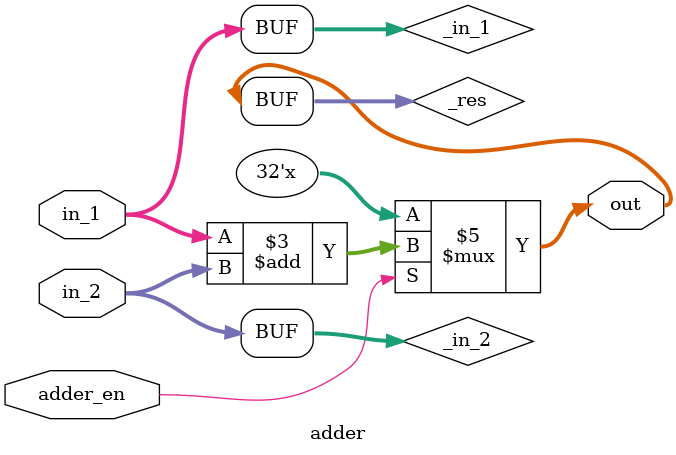
<source format=v>
`timescale 1ns / 1ps

module adder #(
	parameter						IN1_BITWIDTH						= 32,
	parameter						IN2_BITWIDTH						= 32,
	parameter						OUT_BITWIDTH						= 32
)(
	input																adder_en,
	input							[IN1_BITWIDTH		-1: 0]			in_1,
	input							[IN2_BITWIDTH		-1: 0]			in_2,
	output							[OUT_BITWIDTH       -1: 0]			out
);
	
	wire		signed				[IN1_BITWIDTH		-1: 0]			_in_1;
	wire		signed				[IN2_BITWIDTH		-1: 0]			_in_2;
	reg			signed				[OUT_BITWIDTH       -1: 0]			_res;
	
	assign							_in_1 				=				in_1;
	assign							_in_2 				= 				in_2;

	always @ (*) begin
		if (adder_en == 1)
			_res 											=				_in_1 + _in_2;
	end
	assign 							out 				= 				 _res;
		
endmodule
</source>
